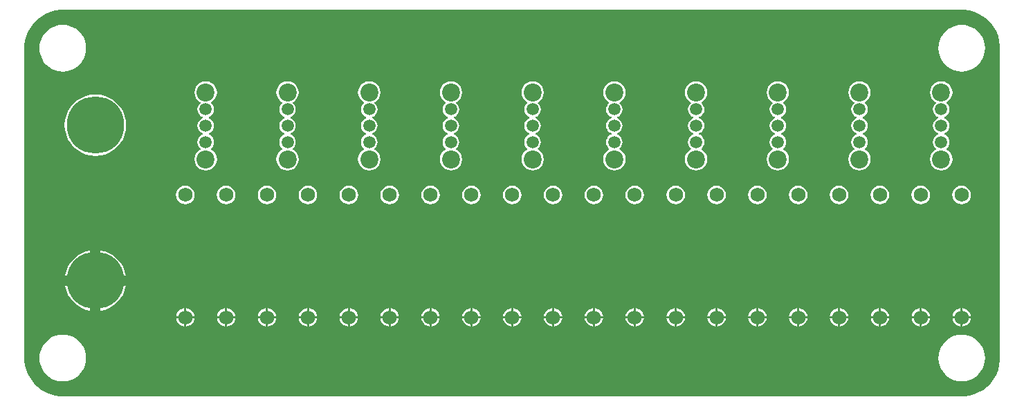
<source format=gbl>
G04*
G04 #@! TF.GenerationSoftware,Altium Limited,Altium Designer,18.1.9 (240)*
G04*
G04 Layer_Physical_Order=2*
G04 Layer_Color=16711680*
%FSLAX25Y25*%
%MOIN*%
G70*
G01*
G75*
%ADD14C,0.06890*%
%ADD16C,0.08661*%
%ADD17C,0.05906*%
%ADD18C,0.27559*%
G36*
X452756Y187772D02*
X453967D01*
X456369Y187456D01*
X458709Y186829D01*
X460947Y185902D01*
X463045Y184691D01*
X464967Y183216D01*
X466680Y181503D01*
X468155Y179581D01*
X469366Y177483D01*
X470294Y175245D01*
X470921Y172905D01*
X471237Y170503D01*
Y169291D01*
Y19685D01*
Y18474D01*
X470921Y16072D01*
X470294Y13732D01*
X469366Y11494D01*
X468155Y9396D01*
X466680Y7474D01*
X464967Y5761D01*
X463045Y4286D01*
X460947Y3074D01*
X458709Y2147D01*
X456369Y1520D01*
X453967Y1204D01*
X18474D01*
X16072Y1520D01*
X13732Y2147D01*
X11494Y3074D01*
X9396Y4286D01*
X7474Y5761D01*
X5761Y7474D01*
X4286Y9396D01*
X3074Y11494D01*
X2147Y13732D01*
X1520Y16072D01*
X1204Y18474D01*
Y19685D01*
Y169291D01*
Y170503D01*
X1520Y172905D01*
X2147Y175245D01*
X3074Y177483D01*
X4286Y179581D01*
X5761Y181503D01*
X7474Y183216D01*
X9396Y184691D01*
X11494Y185902D01*
X13732Y186829D01*
X16072Y187456D01*
X18474Y187772D01*
X19685D01*
X452756Y187772D01*
D02*
G37*
%LPC*%
G36*
X452756Y180546D02*
X450995Y180408D01*
X449278Y179996D01*
X447646Y179320D01*
X446140Y178397D01*
X444797Y177250D01*
X443650Y175907D01*
X442728Y174401D01*
X442052Y172769D01*
X441639Y171052D01*
X441501Y169291D01*
X441639Y167531D01*
X442052Y165813D01*
X442728Y164182D01*
X443650Y162676D01*
X444797Y161333D01*
X446140Y160186D01*
X447646Y159263D01*
X449278Y158587D01*
X450995Y158175D01*
X452756Y158036D01*
X454517Y158175D01*
X456234Y158587D01*
X457866Y159263D01*
X459372Y160186D01*
X460714Y161333D01*
X461862Y162676D01*
X462784Y164182D01*
X463460Y165813D01*
X463872Y167531D01*
X464011Y169291D01*
X463872Y171052D01*
X463460Y172769D01*
X462784Y174401D01*
X461862Y175907D01*
X460714Y177250D01*
X459372Y178397D01*
X457866Y179320D01*
X456234Y179996D01*
X454517Y180408D01*
X452756Y180546D01*
D02*
G37*
G36*
X19685D02*
X17924Y180408D01*
X16207Y179996D01*
X14575Y179320D01*
X13069Y178397D01*
X11726Y177250D01*
X10579Y175907D01*
X9657Y174401D01*
X8981Y172769D01*
X8568Y171052D01*
X8430Y169291D01*
X8568Y167531D01*
X8981Y165813D01*
X9657Y164182D01*
X10579Y162676D01*
X11726Y161333D01*
X13069Y160186D01*
X14575Y159263D01*
X16207Y158587D01*
X17924Y158175D01*
X19685Y158036D01*
X21446Y158175D01*
X23163Y158587D01*
X24795Y159263D01*
X26301Y160186D01*
X27644Y161333D01*
X28791Y162676D01*
X29713Y164182D01*
X30389Y165813D01*
X30802Y167531D01*
X30940Y169291D01*
X30802Y171052D01*
X30389Y172769D01*
X29713Y174401D01*
X28791Y175907D01*
X27644Y177250D01*
X26301Y178397D01*
X24795Y179320D01*
X23163Y179996D01*
X21446Y180408D01*
X19685Y180546D01*
D02*
G37*
G36*
X35433Y146912D02*
X33114Y146729D01*
X30852Y146186D01*
X28703Y145296D01*
X26719Y144080D01*
X24950Y142570D01*
X23439Y140801D01*
X22224Y138817D01*
X21333Y136668D01*
X20790Y134406D01*
X20608Y132087D01*
X20790Y129767D01*
X21333Y127505D01*
X22224Y125356D01*
X23439Y123373D01*
X24950Y121604D01*
X26719Y120093D01*
X28703Y118877D01*
X30852Y117987D01*
X33114Y117444D01*
X35433Y117261D01*
X37752Y117444D01*
X40014Y117987D01*
X42164Y118877D01*
X44147Y120093D01*
X45916Y121604D01*
X47427Y123373D01*
X48643Y125356D01*
X49533Y127505D01*
X50076Y129767D01*
X50258Y132087D01*
X50076Y134406D01*
X49533Y136668D01*
X48643Y138817D01*
X47427Y140801D01*
X45916Y142570D01*
X44147Y144080D01*
X42164Y145296D01*
X40014Y146186D01*
X37752Y146729D01*
X35433Y146912D01*
D02*
G37*
G36*
X442913Y153349D02*
X441522Y153166D01*
X440225Y152629D01*
X439111Y151774D01*
X438257Y150661D01*
X437720Y149364D01*
X437537Y147972D01*
X437720Y146581D01*
X438257Y145284D01*
X439111Y144170D01*
X440225Y143316D01*
X440348Y143265D01*
X440414Y142769D01*
X440094Y142524D01*
X439461Y141698D01*
X439062Y140737D01*
X438926Y139705D01*
X439062Y138673D01*
X439461Y137711D01*
X440094Y136886D01*
X440920Y136252D01*
X441436Y136038D01*
Y135497D01*
X440920Y135283D01*
X440094Y134650D01*
X439461Y133824D01*
X439062Y132863D01*
X438926Y131831D01*
X439062Y130799D01*
X439461Y129837D01*
X440094Y129012D01*
X440920Y128378D01*
X441436Y128164D01*
Y127623D01*
X440920Y127409D01*
X440094Y126776D01*
X439461Y125950D01*
X439062Y124989D01*
X438926Y123957D01*
X439062Y122925D01*
X439461Y121963D01*
X440094Y121137D01*
X440414Y120892D01*
X440348Y120396D01*
X440225Y120345D01*
X439111Y119491D01*
X438257Y118377D01*
X437720Y117081D01*
X437537Y115689D01*
X437720Y114297D01*
X438257Y113001D01*
X439111Y111887D01*
X440225Y111033D01*
X441522Y110495D01*
X442913Y110312D01*
X444305Y110495D01*
X445602Y111033D01*
X446715Y111887D01*
X447570Y113001D01*
X448107Y114297D01*
X448290Y115689D01*
X448107Y117081D01*
X447570Y118377D01*
X446715Y119491D01*
X445602Y120345D01*
X445478Y120396D01*
X445413Y120892D01*
X445732Y121137D01*
X446366Y121963D01*
X446764Y122925D01*
X446900Y123957D01*
X446764Y124989D01*
X446366Y125950D01*
X445732Y126776D01*
X444907Y127409D01*
X444391Y127623D01*
Y128164D01*
X444907Y128378D01*
X445732Y129012D01*
X446366Y129837D01*
X446764Y130799D01*
X446900Y131831D01*
X446764Y132863D01*
X446366Y133824D01*
X445732Y134650D01*
X444907Y135283D01*
X444391Y135497D01*
Y136038D01*
X444907Y136252D01*
X445732Y136886D01*
X446366Y137711D01*
X446764Y138673D01*
X446900Y139705D01*
X446764Y140737D01*
X446366Y141698D01*
X445732Y142524D01*
X445413Y142769D01*
X445478Y143265D01*
X445602Y143316D01*
X446715Y144170D01*
X447570Y145284D01*
X448107Y146581D01*
X448290Y147972D01*
X448107Y149364D01*
X447570Y150661D01*
X446715Y151774D01*
X445602Y152629D01*
X444305Y153166D01*
X442913Y153349D01*
D02*
G37*
G36*
X403543D02*
X402152Y153166D01*
X400855Y152629D01*
X399741Y151774D01*
X398887Y150661D01*
X398350Y149364D01*
X398166Y147972D01*
X398350Y146581D01*
X398887Y145284D01*
X399741Y144170D01*
X400855Y143316D01*
X400979Y143265D01*
X401044Y142769D01*
X400724Y142524D01*
X400091Y141698D01*
X399692Y140737D01*
X399556Y139705D01*
X399692Y138673D01*
X400091Y137711D01*
X400724Y136886D01*
X401550Y136252D01*
X402066Y136038D01*
Y135497D01*
X401550Y135283D01*
X400724Y134650D01*
X400091Y133824D01*
X399692Y132863D01*
X399556Y131831D01*
X399692Y130799D01*
X400091Y129837D01*
X400724Y129012D01*
X401550Y128378D01*
X402066Y128164D01*
Y127623D01*
X401550Y127409D01*
X400724Y126776D01*
X400091Y125950D01*
X399692Y124989D01*
X399556Y123957D01*
X399692Y122925D01*
X400091Y121963D01*
X400724Y121137D01*
X401044Y120892D01*
X400979Y120396D01*
X400855Y120345D01*
X399741Y119491D01*
X398887Y118377D01*
X398350Y117081D01*
X398166Y115689D01*
X398350Y114297D01*
X398887Y113001D01*
X399741Y111887D01*
X400855Y111033D01*
X402152Y110495D01*
X403543Y110312D01*
X404935Y110495D01*
X406232Y111033D01*
X407345Y111887D01*
X408200Y113001D01*
X408737Y114297D01*
X408920Y115689D01*
X408737Y117081D01*
X408200Y118377D01*
X407345Y119491D01*
X406232Y120345D01*
X406108Y120396D01*
X406043Y120892D01*
X406362Y121137D01*
X406996Y121963D01*
X407394Y122925D01*
X407530Y123957D01*
X407394Y124989D01*
X406996Y125950D01*
X406362Y126776D01*
X405537Y127409D01*
X405021Y127623D01*
Y128164D01*
X405537Y128378D01*
X406362Y129012D01*
X406996Y129837D01*
X407394Y130799D01*
X407530Y131831D01*
X407394Y132863D01*
X406996Y133824D01*
X406362Y134650D01*
X405537Y135283D01*
X405021Y135497D01*
Y136038D01*
X405537Y136252D01*
X406362Y136886D01*
X406996Y137711D01*
X407394Y138673D01*
X407530Y139705D01*
X407394Y140737D01*
X406996Y141698D01*
X406362Y142524D01*
X406043Y142769D01*
X406108Y143265D01*
X406232Y143316D01*
X407345Y144170D01*
X408200Y145284D01*
X408737Y146581D01*
X408920Y147972D01*
X408737Y149364D01*
X408200Y150661D01*
X407345Y151774D01*
X406232Y152629D01*
X404935Y153166D01*
X403543Y153349D01*
D02*
G37*
G36*
X364173D02*
X362782Y153166D01*
X361485Y152629D01*
X360371Y151774D01*
X359517Y150661D01*
X358980Y149364D01*
X358796Y147972D01*
X358980Y146581D01*
X359517Y145284D01*
X360371Y144170D01*
X361485Y143316D01*
X361608Y143265D01*
X361674Y142769D01*
X361354Y142524D01*
X360720Y141698D01*
X360322Y140737D01*
X360186Y139705D01*
X360322Y138673D01*
X360720Y137711D01*
X361354Y136886D01*
X362180Y136252D01*
X362696Y136038D01*
Y135497D01*
X362180Y135283D01*
X361354Y134650D01*
X360720Y133824D01*
X360322Y132863D01*
X360186Y131831D01*
X360322Y130799D01*
X360720Y129837D01*
X361354Y129012D01*
X362180Y128378D01*
X362696Y128164D01*
Y127623D01*
X362180Y127409D01*
X361354Y126776D01*
X360720Y125950D01*
X360322Y124989D01*
X360186Y123957D01*
X360322Y122925D01*
X360720Y121963D01*
X361354Y121137D01*
X361674Y120892D01*
X361608Y120396D01*
X361485Y120345D01*
X360371Y119491D01*
X359517Y118377D01*
X358980Y117081D01*
X358796Y115689D01*
X358980Y114297D01*
X359517Y113001D01*
X360371Y111887D01*
X361485Y111033D01*
X362782Y110495D01*
X364173Y110312D01*
X365565Y110495D01*
X366862Y111033D01*
X367975Y111887D01*
X368829Y113001D01*
X369367Y114297D01*
X369550Y115689D01*
X369367Y117081D01*
X368829Y118377D01*
X367975Y119491D01*
X366862Y120345D01*
X366738Y120396D01*
X366673Y120892D01*
X366992Y121137D01*
X367626Y121963D01*
X368024Y122925D01*
X368160Y123957D01*
X368024Y124989D01*
X367626Y125950D01*
X366992Y126776D01*
X366167Y127409D01*
X365651Y127623D01*
Y128164D01*
X366167Y128378D01*
X366992Y129012D01*
X367626Y129837D01*
X368024Y130799D01*
X368160Y131831D01*
X368024Y132863D01*
X367626Y133824D01*
X366992Y134650D01*
X366167Y135283D01*
X365651Y135497D01*
Y136038D01*
X366167Y136252D01*
X366992Y136886D01*
X367626Y137711D01*
X368024Y138673D01*
X368160Y139705D01*
X368024Y140737D01*
X367626Y141698D01*
X366992Y142524D01*
X366673Y142769D01*
X366738Y143265D01*
X366862Y143316D01*
X367975Y144170D01*
X368829Y145284D01*
X369367Y146581D01*
X369550Y147972D01*
X369367Y149364D01*
X368829Y150661D01*
X367975Y151774D01*
X366862Y152629D01*
X365565Y153166D01*
X364173Y153349D01*
D02*
G37*
G36*
X324803D02*
X323411Y153166D01*
X322115Y152629D01*
X321001Y151774D01*
X320147Y150661D01*
X319610Y149364D01*
X319426Y147972D01*
X319610Y146581D01*
X320147Y145284D01*
X321001Y144170D01*
X322115Y143316D01*
X322238Y143265D01*
X322304Y142769D01*
X321984Y142524D01*
X321350Y141698D01*
X320952Y140737D01*
X320816Y139705D01*
X320952Y138673D01*
X321350Y137711D01*
X321984Y136886D01*
X322810Y136252D01*
X323325Y136038D01*
Y135497D01*
X322810Y135283D01*
X321984Y134650D01*
X321350Y133824D01*
X320952Y132863D01*
X320816Y131831D01*
X320952Y130799D01*
X321350Y129837D01*
X321984Y129012D01*
X322810Y128378D01*
X323325Y128164D01*
Y127623D01*
X322810Y127409D01*
X321984Y126776D01*
X321350Y125950D01*
X320952Y124989D01*
X320816Y123957D01*
X320952Y122925D01*
X321350Y121963D01*
X321984Y121137D01*
X322304Y120892D01*
X322238Y120396D01*
X322115Y120345D01*
X321001Y119491D01*
X320147Y118377D01*
X319610Y117081D01*
X319426Y115689D01*
X319610Y114297D01*
X320147Y113001D01*
X321001Y111887D01*
X322115Y111033D01*
X323411Y110495D01*
X324803Y110312D01*
X326195Y110495D01*
X327491Y111033D01*
X328605Y111887D01*
X329460Y113001D01*
X329997Y114297D01*
X330180Y115689D01*
X329997Y117081D01*
X329460Y118377D01*
X328605Y119491D01*
X327491Y120345D01*
X327368Y120396D01*
X327303Y120892D01*
X327622Y121137D01*
X328256Y121963D01*
X328654Y122925D01*
X328790Y123957D01*
X328654Y124989D01*
X328256Y125950D01*
X327622Y126776D01*
X326797Y127409D01*
X326281Y127623D01*
Y128164D01*
X326797Y128378D01*
X327622Y129012D01*
X328256Y129837D01*
X328654Y130799D01*
X328790Y131831D01*
X328654Y132863D01*
X328256Y133824D01*
X327622Y134650D01*
X326797Y135283D01*
X326281Y135497D01*
Y136038D01*
X326797Y136252D01*
X327622Y136886D01*
X328256Y137711D01*
X328654Y138673D01*
X328790Y139705D01*
X328654Y140737D01*
X328256Y141698D01*
X327622Y142524D01*
X327303Y142769D01*
X327368Y143265D01*
X327491Y143316D01*
X328605Y144170D01*
X329460Y145284D01*
X329997Y146581D01*
X330180Y147972D01*
X329997Y149364D01*
X329460Y150661D01*
X328605Y151774D01*
X327491Y152629D01*
X326195Y153166D01*
X324803Y153349D01*
D02*
G37*
G36*
X285433D02*
X284041Y153166D01*
X282745Y152629D01*
X281631Y151774D01*
X280777Y150661D01*
X280240Y149364D01*
X280056Y147972D01*
X280240Y146581D01*
X280777Y145284D01*
X281631Y144170D01*
X282745Y143316D01*
X282868Y143265D01*
X282933Y142769D01*
X282614Y142524D01*
X281980Y141698D01*
X281582Y140737D01*
X281446Y139705D01*
X281582Y138673D01*
X281980Y137711D01*
X282614Y136886D01*
X283440Y136252D01*
X283956Y136038D01*
Y135497D01*
X283440Y135283D01*
X282614Y134650D01*
X281980Y133824D01*
X281582Y132863D01*
X281446Y131831D01*
X281582Y130799D01*
X281980Y129837D01*
X282614Y129012D01*
X283440Y128378D01*
X283956Y128164D01*
Y127623D01*
X283440Y127409D01*
X282614Y126776D01*
X281980Y125950D01*
X281582Y124989D01*
X281446Y123957D01*
X281582Y122925D01*
X281980Y121963D01*
X282614Y121137D01*
X282933Y120892D01*
X282868Y120396D01*
X282745Y120345D01*
X281631Y119491D01*
X280777Y118377D01*
X280240Y117081D01*
X280056Y115689D01*
X280240Y114297D01*
X280777Y113001D01*
X281631Y111887D01*
X282745Y111033D01*
X284041Y110495D01*
X285433Y110312D01*
X286825Y110495D01*
X288121Y111033D01*
X289235Y111887D01*
X290089Y113001D01*
X290627Y114297D01*
X290810Y115689D01*
X290627Y117081D01*
X290089Y118377D01*
X289235Y119491D01*
X288121Y120345D01*
X287998Y120396D01*
X287932Y120892D01*
X288252Y121137D01*
X288886Y121963D01*
X289284Y122925D01*
X289420Y123957D01*
X289284Y124989D01*
X288886Y125950D01*
X288252Y126776D01*
X287426Y127409D01*
X286911Y127623D01*
Y128164D01*
X287426Y128378D01*
X288252Y129012D01*
X288886Y129837D01*
X289284Y130799D01*
X289420Y131831D01*
X289284Y132863D01*
X288886Y133824D01*
X288252Y134650D01*
X287426Y135283D01*
X286911Y135497D01*
Y136038D01*
X287426Y136252D01*
X288252Y136886D01*
X288886Y137711D01*
X289284Y138673D01*
X289420Y139705D01*
X289284Y140737D01*
X288886Y141698D01*
X288252Y142524D01*
X287932Y142769D01*
X287998Y143265D01*
X288121Y143316D01*
X289235Y144170D01*
X290089Y145284D01*
X290627Y146581D01*
X290810Y147972D01*
X290627Y149364D01*
X290089Y150661D01*
X289235Y151774D01*
X288121Y152629D01*
X286825Y153166D01*
X285433Y153349D01*
D02*
G37*
G36*
X246063D02*
X244671Y153166D01*
X243375Y152629D01*
X242261Y151774D01*
X241407Y150661D01*
X240869Y149364D01*
X240686Y147972D01*
X240869Y146581D01*
X241407Y145284D01*
X242261Y144170D01*
X243375Y143316D01*
X243498Y143265D01*
X243564Y142769D01*
X243244Y142524D01*
X242610Y141698D01*
X242212Y140737D01*
X242076Y139705D01*
X242212Y138673D01*
X242610Y137711D01*
X243244Y136886D01*
X244070Y136252D01*
X244585Y136038D01*
Y135497D01*
X244070Y135283D01*
X243244Y134650D01*
X242610Y133824D01*
X242212Y132863D01*
X242076Y131831D01*
X242212Y130799D01*
X242610Y129837D01*
X243244Y129012D01*
X244070Y128378D01*
X244585Y128164D01*
Y127623D01*
X244070Y127409D01*
X243244Y126776D01*
X242610Y125950D01*
X242212Y124989D01*
X242076Y123957D01*
X242212Y122925D01*
X242610Y121963D01*
X243244Y121137D01*
X243564Y120892D01*
X243498Y120396D01*
X243375Y120345D01*
X242261Y119491D01*
X241407Y118377D01*
X240869Y117081D01*
X240686Y115689D01*
X240869Y114297D01*
X241407Y113001D01*
X242261Y111887D01*
X243375Y111033D01*
X244671Y110495D01*
X246063Y110312D01*
X247455Y110495D01*
X248751Y111033D01*
X249865Y111887D01*
X250719Y113001D01*
X251256Y114297D01*
X251440Y115689D01*
X251256Y117081D01*
X250719Y118377D01*
X249865Y119491D01*
X248751Y120345D01*
X248628Y120396D01*
X248562Y120892D01*
X248882Y121137D01*
X249516Y121963D01*
X249914Y122925D01*
X250050Y123957D01*
X249914Y124989D01*
X249516Y125950D01*
X248882Y126776D01*
X248056Y127409D01*
X247540Y127623D01*
Y128164D01*
X248056Y128378D01*
X248882Y129012D01*
X249516Y129837D01*
X249914Y130799D01*
X250050Y131831D01*
X249914Y132863D01*
X249516Y133824D01*
X248882Y134650D01*
X248056Y135283D01*
X247540Y135497D01*
Y136038D01*
X248056Y136252D01*
X248882Y136886D01*
X249516Y137711D01*
X249914Y138673D01*
X250050Y139705D01*
X249914Y140737D01*
X249516Y141698D01*
X248882Y142524D01*
X248562Y142769D01*
X248628Y143265D01*
X248751Y143316D01*
X249865Y144170D01*
X250719Y145284D01*
X251256Y146581D01*
X251440Y147972D01*
X251256Y149364D01*
X250719Y150661D01*
X249865Y151774D01*
X248751Y152629D01*
X247455Y153166D01*
X246063Y153349D01*
D02*
G37*
G36*
X206693D02*
X205301Y153166D01*
X204005Y152629D01*
X202891Y151774D01*
X202036Y150661D01*
X201499Y149364D01*
X201316Y147972D01*
X201499Y146581D01*
X202036Y145284D01*
X202891Y144170D01*
X204005Y143316D01*
X204128Y143265D01*
X204193Y142769D01*
X203874Y142524D01*
X203240Y141698D01*
X202842Y140737D01*
X202706Y139705D01*
X202842Y138673D01*
X203240Y137711D01*
X203874Y136886D01*
X204699Y136252D01*
X205215Y136038D01*
Y135497D01*
X204699Y135283D01*
X203874Y134650D01*
X203240Y133824D01*
X202842Y132863D01*
X202706Y131831D01*
X202842Y130799D01*
X203240Y129837D01*
X203874Y129012D01*
X204699Y128378D01*
X205215Y128164D01*
Y127623D01*
X204699Y127409D01*
X203874Y126776D01*
X203240Y125950D01*
X202842Y124989D01*
X202706Y123957D01*
X202842Y122925D01*
X203240Y121963D01*
X203874Y121137D01*
X204193Y120892D01*
X204128Y120396D01*
X204005Y120345D01*
X202891Y119491D01*
X202036Y118377D01*
X201499Y117081D01*
X201316Y115689D01*
X201499Y114297D01*
X202036Y113001D01*
X202891Y111887D01*
X204005Y111033D01*
X205301Y110495D01*
X206693Y110312D01*
X208085Y110495D01*
X209381Y111033D01*
X210495Y111887D01*
X211349Y113001D01*
X211886Y114297D01*
X212070Y115689D01*
X211886Y117081D01*
X211349Y118377D01*
X210495Y119491D01*
X209381Y120345D01*
X209258Y120396D01*
X209192Y120892D01*
X209512Y121137D01*
X210146Y121963D01*
X210544Y122925D01*
X210680Y123957D01*
X210544Y124989D01*
X210146Y125950D01*
X209512Y126776D01*
X208686Y127409D01*
X208170Y127623D01*
Y128164D01*
X208686Y128378D01*
X209512Y129012D01*
X210146Y129837D01*
X210544Y130799D01*
X210680Y131831D01*
X210544Y132863D01*
X210146Y133824D01*
X209512Y134650D01*
X208686Y135283D01*
X208170Y135497D01*
Y136038D01*
X208686Y136252D01*
X209512Y136886D01*
X210146Y137711D01*
X210544Y138673D01*
X210680Y139705D01*
X210544Y140737D01*
X210146Y141698D01*
X209512Y142524D01*
X209192Y142769D01*
X209258Y143265D01*
X209381Y143316D01*
X210495Y144170D01*
X211349Y145284D01*
X211886Y146581D01*
X212070Y147972D01*
X211886Y149364D01*
X211349Y150661D01*
X210495Y151774D01*
X209381Y152629D01*
X208085Y153166D01*
X206693Y153349D01*
D02*
G37*
G36*
X167323D02*
X165931Y153166D01*
X164634Y152629D01*
X163521Y151774D01*
X162666Y150661D01*
X162129Y149364D01*
X161946Y147972D01*
X162129Y146581D01*
X162666Y145284D01*
X163521Y144170D01*
X164634Y143316D01*
X164758Y143265D01*
X164823Y142769D01*
X164504Y142524D01*
X163870Y141698D01*
X163472Y140737D01*
X163336Y139705D01*
X163472Y138673D01*
X163870Y137711D01*
X164504Y136886D01*
X165329Y136252D01*
X165845Y136038D01*
Y135497D01*
X165329Y135283D01*
X164504Y134650D01*
X163870Y133824D01*
X163472Y132863D01*
X163336Y131831D01*
X163472Y130799D01*
X163870Y129837D01*
X164504Y129012D01*
X165329Y128378D01*
X165845Y128164D01*
Y127623D01*
X165329Y127409D01*
X164504Y126776D01*
X163870Y125950D01*
X163472Y124989D01*
X163336Y123957D01*
X163472Y122925D01*
X163870Y121963D01*
X164504Y121137D01*
X164823Y120892D01*
X164758Y120396D01*
X164634Y120345D01*
X163521Y119491D01*
X162666Y118377D01*
X162129Y117081D01*
X161946Y115689D01*
X162129Y114297D01*
X162666Y113001D01*
X163521Y111887D01*
X164634Y111033D01*
X165931Y110495D01*
X167323Y110312D01*
X168714Y110495D01*
X170011Y111033D01*
X171125Y111887D01*
X171979Y113001D01*
X172516Y114297D01*
X172699Y115689D01*
X172516Y117081D01*
X171979Y118377D01*
X171125Y119491D01*
X170011Y120345D01*
X169888Y120396D01*
X169822Y120892D01*
X170142Y121137D01*
X170775Y121963D01*
X171174Y122925D01*
X171310Y123957D01*
X171174Y124989D01*
X170775Y125950D01*
X170142Y126776D01*
X169316Y127409D01*
X168800Y127623D01*
Y128164D01*
X169316Y128378D01*
X170142Y129012D01*
X170775Y129837D01*
X171174Y130799D01*
X171310Y131831D01*
X171174Y132863D01*
X170775Y133824D01*
X170142Y134650D01*
X169316Y135283D01*
X168800Y135497D01*
Y136038D01*
X169316Y136252D01*
X170142Y136886D01*
X170775Y137711D01*
X171174Y138673D01*
X171310Y139705D01*
X171174Y140737D01*
X170775Y141698D01*
X170142Y142524D01*
X169822Y142769D01*
X169888Y143265D01*
X170011Y143316D01*
X171125Y144170D01*
X171979Y145284D01*
X172516Y146581D01*
X172699Y147972D01*
X172516Y149364D01*
X171979Y150661D01*
X171125Y151774D01*
X170011Y152629D01*
X168714Y153166D01*
X167323Y153349D01*
D02*
G37*
G36*
X127953D02*
X126561Y153166D01*
X125264Y152629D01*
X124151Y151774D01*
X123296Y150661D01*
X122759Y149364D01*
X122576Y147972D01*
X122759Y146581D01*
X123296Y145284D01*
X124151Y144170D01*
X125264Y143316D01*
X125388Y143265D01*
X125453Y142769D01*
X125134Y142524D01*
X124500Y141698D01*
X124102Y140737D01*
X123966Y139705D01*
X124102Y138673D01*
X124500Y137711D01*
X125134Y136886D01*
X125959Y136252D01*
X126475Y136038D01*
Y135497D01*
X125959Y135283D01*
X125134Y134650D01*
X124500Y133824D01*
X124102Y132863D01*
X123966Y131831D01*
X124102Y130799D01*
X124500Y129837D01*
X125134Y129012D01*
X125959Y128378D01*
X126475Y128164D01*
Y127623D01*
X125959Y127409D01*
X125134Y126776D01*
X124500Y125950D01*
X124102Y124989D01*
X123966Y123957D01*
X124102Y122925D01*
X124500Y121963D01*
X125134Y121137D01*
X125453Y120892D01*
X125388Y120396D01*
X125264Y120345D01*
X124151Y119491D01*
X123296Y118377D01*
X122759Y117081D01*
X122576Y115689D01*
X122759Y114297D01*
X123296Y113001D01*
X124151Y111887D01*
X125264Y111033D01*
X126561Y110495D01*
X127953Y110312D01*
X129344Y110495D01*
X130641Y111033D01*
X131755Y111887D01*
X132609Y113001D01*
X133146Y114297D01*
X133329Y115689D01*
X133146Y117081D01*
X132609Y118377D01*
X131755Y119491D01*
X130641Y120345D01*
X130517Y120396D01*
X130452Y120892D01*
X130772Y121137D01*
X131405Y121963D01*
X131804Y122925D01*
X131940Y123957D01*
X131804Y124989D01*
X131405Y125950D01*
X130772Y126776D01*
X129946Y127409D01*
X129430Y127623D01*
Y128164D01*
X129946Y128378D01*
X130772Y129012D01*
X131405Y129837D01*
X131804Y130799D01*
X131940Y131831D01*
X131804Y132863D01*
X131405Y133824D01*
X130772Y134650D01*
X129946Y135283D01*
X129430Y135497D01*
Y136038D01*
X129946Y136252D01*
X130772Y136886D01*
X131405Y137711D01*
X131804Y138673D01*
X131940Y139705D01*
X131804Y140737D01*
X131405Y141698D01*
X130772Y142524D01*
X130452Y142769D01*
X130517Y143265D01*
X130641Y143316D01*
X131755Y144170D01*
X132609Y145284D01*
X133146Y146581D01*
X133329Y147972D01*
X133146Y149364D01*
X132609Y150661D01*
X131755Y151774D01*
X130641Y152629D01*
X129344Y153166D01*
X127953Y153349D01*
D02*
G37*
G36*
X88583D02*
X87191Y153166D01*
X85894Y152629D01*
X84781Y151774D01*
X83926Y150661D01*
X83389Y149364D01*
X83206Y147972D01*
X83389Y146581D01*
X83926Y145284D01*
X84781Y144170D01*
X85894Y143316D01*
X86018Y143265D01*
X86083Y142769D01*
X85764Y142524D01*
X85130Y141698D01*
X84732Y140737D01*
X84596Y139705D01*
X84732Y138673D01*
X85130Y137711D01*
X85764Y136886D01*
X86589Y136252D01*
X87105Y136038D01*
Y135497D01*
X86589Y135283D01*
X85764Y134650D01*
X85130Y133824D01*
X84732Y132863D01*
X84596Y131831D01*
X84732Y130799D01*
X85130Y129837D01*
X85764Y129012D01*
X86589Y128378D01*
X87105Y128164D01*
Y127623D01*
X86589Y127409D01*
X85764Y126776D01*
X85130Y125950D01*
X84732Y124989D01*
X84596Y123957D01*
X84732Y122925D01*
X85130Y121963D01*
X85764Y121137D01*
X86083Y120892D01*
X86018Y120396D01*
X85894Y120345D01*
X84781Y119491D01*
X83926Y118377D01*
X83389Y117081D01*
X83206Y115689D01*
X83389Y114297D01*
X83926Y113001D01*
X84781Y111887D01*
X85894Y111033D01*
X87191Y110495D01*
X88583Y110312D01*
X89974Y110495D01*
X91271Y111033D01*
X92385Y111887D01*
X93239Y113001D01*
X93776Y114297D01*
X93959Y115689D01*
X93776Y117081D01*
X93239Y118377D01*
X92385Y119491D01*
X91271Y120345D01*
X91147Y120396D01*
X91082Y120892D01*
X91402Y121137D01*
X92035Y121963D01*
X92434Y122925D01*
X92570Y123957D01*
X92434Y124989D01*
X92035Y125950D01*
X91402Y126776D01*
X90576Y127409D01*
X90060Y127623D01*
Y128164D01*
X90576Y128378D01*
X91402Y129012D01*
X92035Y129837D01*
X92434Y130799D01*
X92570Y131831D01*
X92434Y132863D01*
X92035Y133824D01*
X91402Y134650D01*
X90576Y135283D01*
X90060Y135497D01*
Y136038D01*
X90576Y136252D01*
X91402Y136886D01*
X92035Y137711D01*
X92434Y138673D01*
X92570Y139705D01*
X92434Y140737D01*
X92035Y141698D01*
X91402Y142524D01*
X91082Y142769D01*
X91147Y143265D01*
X91271Y143316D01*
X92385Y144170D01*
X93239Y145284D01*
X93776Y146581D01*
X93959Y147972D01*
X93776Y149364D01*
X93239Y150661D01*
X92385Y151774D01*
X91271Y152629D01*
X89974Y153166D01*
X88583Y153349D01*
D02*
G37*
G36*
X452756Y102908D02*
X451595Y102756D01*
X450514Y102308D01*
X449586Y101595D01*
X448873Y100667D01*
X448425Y99585D01*
X448273Y98425D01*
X448425Y97265D01*
X448873Y96184D01*
X449586Y95255D01*
X450514Y94543D01*
X451595Y94095D01*
X452756Y93942D01*
X453916Y94095D01*
X454997Y94543D01*
X455926Y95255D01*
X456638Y96184D01*
X457086Y97265D01*
X457239Y98425D01*
X457086Y99585D01*
X456638Y100667D01*
X455926Y101595D01*
X454997Y102308D01*
X453916Y102756D01*
X452756Y102908D01*
D02*
G37*
G36*
X433071D02*
X431910Y102756D01*
X430829Y102308D01*
X429901Y101595D01*
X429188Y100667D01*
X428740Y99585D01*
X428587Y98425D01*
X428740Y97265D01*
X429188Y96184D01*
X429901Y95255D01*
X430829Y94543D01*
X431910Y94095D01*
X433071Y93942D01*
X434231Y94095D01*
X435312Y94543D01*
X436241Y95255D01*
X436953Y96184D01*
X437401Y97265D01*
X437554Y98425D01*
X437401Y99585D01*
X436953Y100667D01*
X436241Y101595D01*
X435312Y102308D01*
X434231Y102756D01*
X433071Y102908D01*
D02*
G37*
G36*
X413386D02*
X412225Y102756D01*
X411144Y102308D01*
X410216Y101595D01*
X409503Y100667D01*
X409055Y99585D01*
X408902Y98425D01*
X409055Y97265D01*
X409503Y96184D01*
X410216Y95255D01*
X411144Y94543D01*
X412225Y94095D01*
X413386Y93942D01*
X414546Y94095D01*
X415627Y94543D01*
X416556Y95255D01*
X417268Y96184D01*
X417716Y97265D01*
X417869Y98425D01*
X417716Y99585D01*
X417268Y100667D01*
X416556Y101595D01*
X415627Y102308D01*
X414546Y102756D01*
X413386Y102908D01*
D02*
G37*
G36*
X393701D02*
X392540Y102756D01*
X391459Y102308D01*
X390530Y101595D01*
X389818Y100667D01*
X389370Y99585D01*
X389217Y98425D01*
X389370Y97265D01*
X389818Y96184D01*
X390530Y95255D01*
X391459Y94543D01*
X392540Y94095D01*
X393701Y93942D01*
X394861Y94095D01*
X395942Y94543D01*
X396871Y95255D01*
X397583Y96184D01*
X398031Y97265D01*
X398184Y98425D01*
X398031Y99585D01*
X397583Y100667D01*
X396871Y101595D01*
X395942Y102308D01*
X394861Y102756D01*
X393701Y102908D01*
D02*
G37*
G36*
X374016D02*
X372855Y102756D01*
X371774Y102308D01*
X370846Y101595D01*
X370133Y100667D01*
X369685Y99585D01*
X369532Y98425D01*
X369685Y97265D01*
X370133Y96184D01*
X370846Y95255D01*
X371774Y94543D01*
X372855Y94095D01*
X374016Y93942D01*
X375176Y94095D01*
X376257Y94543D01*
X377186Y95255D01*
X377898Y96184D01*
X378346Y97265D01*
X378499Y98425D01*
X378346Y99585D01*
X377898Y100667D01*
X377186Y101595D01*
X376257Y102308D01*
X375176Y102756D01*
X374016Y102908D01*
D02*
G37*
G36*
X354331D02*
X353170Y102756D01*
X352089Y102308D01*
X351160Y101595D01*
X350448Y100667D01*
X350000Y99585D01*
X349847Y98425D01*
X350000Y97265D01*
X350448Y96184D01*
X351160Y95255D01*
X352089Y94543D01*
X353170Y94095D01*
X354331Y93942D01*
X355491Y94095D01*
X356572Y94543D01*
X357501Y95255D01*
X358213Y96184D01*
X358661Y97265D01*
X358814Y98425D01*
X358661Y99585D01*
X358213Y100667D01*
X357501Y101595D01*
X356572Y102308D01*
X355491Y102756D01*
X354331Y102908D01*
D02*
G37*
G36*
X334646D02*
X333485Y102756D01*
X332404Y102308D01*
X331475Y101595D01*
X330763Y100667D01*
X330315Y99585D01*
X330162Y98425D01*
X330315Y97265D01*
X330763Y96184D01*
X331475Y95255D01*
X332404Y94543D01*
X333485Y94095D01*
X334646Y93942D01*
X335806Y94095D01*
X336887Y94543D01*
X337816Y95255D01*
X338528Y96184D01*
X338976Y97265D01*
X339129Y98425D01*
X338976Y99585D01*
X338528Y100667D01*
X337816Y101595D01*
X336887Y102308D01*
X335806Y102756D01*
X334646Y102908D01*
D02*
G37*
G36*
X314961D02*
X313800Y102756D01*
X312719Y102308D01*
X311790Y101595D01*
X311078Y100667D01*
X310630Y99585D01*
X310477Y98425D01*
X310630Y97265D01*
X311078Y96184D01*
X311790Y95255D01*
X312719Y94543D01*
X313800Y94095D01*
X314961Y93942D01*
X316121Y94095D01*
X317202Y94543D01*
X318131Y95255D01*
X318843Y96184D01*
X319291Y97265D01*
X319444Y98425D01*
X319291Y99585D01*
X318843Y100667D01*
X318131Y101595D01*
X317202Y102308D01*
X316121Y102756D01*
X314961Y102908D01*
D02*
G37*
G36*
X295275D02*
X294115Y102756D01*
X293034Y102308D01*
X292105Y101595D01*
X291393Y100667D01*
X290945Y99585D01*
X290792Y98425D01*
X290945Y97265D01*
X291393Y96184D01*
X292105Y95255D01*
X293034Y94543D01*
X294115Y94095D01*
X295275Y93942D01*
X296436Y94095D01*
X297517Y94543D01*
X298446Y95255D01*
X299158Y96184D01*
X299606Y97265D01*
X299759Y98425D01*
X299606Y99585D01*
X299158Y100667D01*
X298446Y101595D01*
X297517Y102308D01*
X296436Y102756D01*
X295275Y102908D01*
D02*
G37*
G36*
X275590D02*
X274430Y102756D01*
X273349Y102308D01*
X272420Y101595D01*
X271708Y100667D01*
X271260Y99585D01*
X271107Y98425D01*
X271260Y97265D01*
X271708Y96184D01*
X272420Y95255D01*
X273349Y94543D01*
X274430Y94095D01*
X275590Y93942D01*
X276751Y94095D01*
X277832Y94543D01*
X278761Y95255D01*
X279473Y96184D01*
X279921Y97265D01*
X280074Y98425D01*
X279921Y99585D01*
X279473Y100667D01*
X278761Y101595D01*
X277832Y102308D01*
X276751Y102756D01*
X275590Y102908D01*
D02*
G37*
G36*
X255905D02*
X254745Y102756D01*
X253664Y102308D01*
X252735Y101595D01*
X252023Y100667D01*
X251575Y99585D01*
X251422Y98425D01*
X251575Y97265D01*
X252023Y96184D01*
X252735Y95255D01*
X253664Y94543D01*
X254745Y94095D01*
X255905Y93942D01*
X257066Y94095D01*
X258147Y94543D01*
X259075Y95255D01*
X259788Y96184D01*
X260236Y97265D01*
X260389Y98425D01*
X260236Y99585D01*
X259788Y100667D01*
X259075Y101595D01*
X258147Y102308D01*
X257066Y102756D01*
X255905Y102908D01*
D02*
G37*
G36*
X236220D02*
X235060Y102756D01*
X233979Y102308D01*
X233050Y101595D01*
X232338Y100667D01*
X231890Y99585D01*
X231737Y98425D01*
X231890Y97265D01*
X232338Y96184D01*
X233050Y95255D01*
X233979Y94543D01*
X235060Y94095D01*
X236220Y93942D01*
X237381Y94095D01*
X238462Y94543D01*
X239390Y95255D01*
X240103Y96184D01*
X240551Y97265D01*
X240704Y98425D01*
X240551Y99585D01*
X240103Y100667D01*
X239390Y101595D01*
X238462Y102308D01*
X237381Y102756D01*
X236220Y102908D01*
D02*
G37*
G36*
X216535D02*
X215375Y102756D01*
X214294Y102308D01*
X213365Y101595D01*
X212653Y100667D01*
X212205Y99585D01*
X212052Y98425D01*
X212205Y97265D01*
X212653Y96184D01*
X213365Y95255D01*
X214294Y94543D01*
X215375Y94095D01*
X216535Y93942D01*
X217696Y94095D01*
X218777Y94543D01*
X219706Y95255D01*
X220418Y96184D01*
X220866Y97265D01*
X221019Y98425D01*
X220866Y99585D01*
X220418Y100667D01*
X219706Y101595D01*
X218777Y102308D01*
X217696Y102756D01*
X216535Y102908D01*
D02*
G37*
G36*
X196850D02*
X195690Y102756D01*
X194609Y102308D01*
X193680Y101595D01*
X192968Y100667D01*
X192520Y99585D01*
X192367Y98425D01*
X192520Y97265D01*
X192968Y96184D01*
X193680Y95255D01*
X194609Y94543D01*
X195690Y94095D01*
X196850Y93942D01*
X198011Y94095D01*
X199092Y94543D01*
X200020Y95255D01*
X200733Y96184D01*
X201181Y97265D01*
X201333Y98425D01*
X201181Y99585D01*
X200733Y100667D01*
X200020Y101595D01*
X199092Y102308D01*
X198011Y102756D01*
X196850Y102908D01*
D02*
G37*
G36*
X177165D02*
X176005Y102756D01*
X174924Y102308D01*
X173995Y101595D01*
X173283Y100667D01*
X172835Y99585D01*
X172682Y98425D01*
X172835Y97265D01*
X173283Y96184D01*
X173995Y95255D01*
X174924Y94543D01*
X176005Y94095D01*
X177165Y93942D01*
X178326Y94095D01*
X179407Y94543D01*
X180335Y95255D01*
X181048Y96184D01*
X181496Y97265D01*
X181649Y98425D01*
X181496Y99585D01*
X181048Y100667D01*
X180335Y101595D01*
X179407Y102308D01*
X178326Y102756D01*
X177165Y102908D01*
D02*
G37*
G36*
X157480D02*
X156320Y102756D01*
X155239Y102308D01*
X154310Y101595D01*
X153598Y100667D01*
X153150Y99585D01*
X152997Y98425D01*
X153150Y97265D01*
X153598Y96184D01*
X154310Y95255D01*
X155239Y94543D01*
X156320Y94095D01*
X157480Y93942D01*
X158641Y94095D01*
X159722Y94543D01*
X160650Y95255D01*
X161363Y96184D01*
X161811Y97265D01*
X161963Y98425D01*
X161811Y99585D01*
X161363Y100667D01*
X160650Y101595D01*
X159722Y102308D01*
X158641Y102756D01*
X157480Y102908D01*
D02*
G37*
G36*
X137795D02*
X136635Y102756D01*
X135554Y102308D01*
X134625Y101595D01*
X133913Y100667D01*
X133465Y99585D01*
X133312Y98425D01*
X133465Y97265D01*
X133913Y96184D01*
X134625Y95255D01*
X135554Y94543D01*
X136635Y94095D01*
X137795Y93942D01*
X138956Y94095D01*
X140037Y94543D01*
X140965Y95255D01*
X141678Y96184D01*
X142126Y97265D01*
X142279Y98425D01*
X142126Y99585D01*
X141678Y100667D01*
X140965Y101595D01*
X140037Y102308D01*
X138956Y102756D01*
X137795Y102908D01*
D02*
G37*
G36*
X118110D02*
X116950Y102756D01*
X115869Y102308D01*
X114940Y101595D01*
X114228Y100667D01*
X113780Y99585D01*
X113627Y98425D01*
X113780Y97265D01*
X114228Y96184D01*
X114940Y95255D01*
X115869Y94543D01*
X116950Y94095D01*
X118110Y93942D01*
X119271Y94095D01*
X120352Y94543D01*
X121280Y95255D01*
X121993Y96184D01*
X122441Y97265D01*
X122593Y98425D01*
X122441Y99585D01*
X121993Y100667D01*
X121280Y101595D01*
X120352Y102308D01*
X119271Y102756D01*
X118110Y102908D01*
D02*
G37*
G36*
X98425D02*
X97265Y102756D01*
X96184Y102308D01*
X95255Y101595D01*
X94543Y100667D01*
X94095Y99585D01*
X93942Y98425D01*
X94095Y97265D01*
X94543Y96184D01*
X95255Y95255D01*
X96184Y94543D01*
X97265Y94095D01*
X98425Y93942D01*
X99585Y94095D01*
X100667Y94543D01*
X101595Y95255D01*
X102308Y96184D01*
X102756Y97265D01*
X102908Y98425D01*
X102756Y99585D01*
X102308Y100667D01*
X101595Y101595D01*
X100667Y102308D01*
X99585Y102756D01*
X98425Y102908D01*
D02*
G37*
G36*
X78740D02*
X77580Y102756D01*
X76499Y102308D01*
X75570Y101595D01*
X74858Y100667D01*
X74410Y99585D01*
X74257Y98425D01*
X74410Y97265D01*
X74858Y96184D01*
X75570Y95255D01*
X76499Y94543D01*
X77580Y94095D01*
X78740Y93942D01*
X79900Y94095D01*
X80982Y94543D01*
X81910Y95255D01*
X82623Y96184D01*
X83071Y97265D01*
X83223Y98425D01*
X83071Y99585D01*
X82623Y100667D01*
X81910Y101595D01*
X80982Y102308D01*
X79900Y102756D01*
X78740Y102908D01*
D02*
G37*
G36*
X37933Y71670D02*
Y59587D01*
X50016D01*
X49518Y61663D01*
X48628Y63810D01*
X47414Y65791D01*
X45905Y67558D01*
X44138Y69068D01*
X42156Y70282D01*
X40009Y71171D01*
X37933Y71670D01*
D02*
G37*
G36*
X32933D02*
X30857Y71171D01*
X28710Y70282D01*
X26728Y69068D01*
X24961Y67558D01*
X23452Y65791D01*
X22238Y63810D01*
X21349Y61663D01*
X20850Y59587D01*
X32933D01*
Y71670D01*
D02*
G37*
G36*
X50016Y54587D02*
X37933D01*
Y42503D01*
X40009Y43002D01*
X42156Y43891D01*
X44138Y45105D01*
X45905Y46615D01*
X47414Y48382D01*
X48628Y50363D01*
X49518Y52510D01*
X50016Y54587D01*
D02*
G37*
G36*
X32933D02*
X20850D01*
X21349Y52510D01*
X22238Y50363D01*
X23452Y48382D01*
X24961Y46615D01*
X26728Y45105D01*
X28710Y43891D01*
X30857Y43002D01*
X32933Y42503D01*
Y54587D01*
D02*
G37*
G36*
X315460Y43788D02*
Y39870D01*
X319378D01*
X319291Y40530D01*
X318843Y41612D01*
X318131Y42540D01*
X317202Y43253D01*
X316121Y43701D01*
X315460Y43788D01*
D02*
G37*
G36*
X314460Y43788D02*
X313800Y43701D01*
X312719Y43253D01*
X311790Y42540D01*
X311078Y41612D01*
X310630Y40530D01*
X310543Y39870D01*
X314460D01*
Y43788D01*
D02*
G37*
G36*
X413886Y43788D02*
Y39870D01*
X417803D01*
X417716Y40530D01*
X417268Y41612D01*
X416556Y42540D01*
X415627Y43253D01*
X414546Y43701D01*
X413886Y43788D01*
D02*
G37*
G36*
X335145D02*
Y39870D01*
X339063D01*
X338976Y40530D01*
X338528Y41612D01*
X337816Y42540D01*
X336887Y43253D01*
X335806Y43701D01*
X335145Y43788D01*
D02*
G37*
G36*
X256405D02*
Y39870D01*
X260323D01*
X260236Y40530D01*
X259788Y41612D01*
X259075Y42540D01*
X258147Y43253D01*
X257066Y43701D01*
X256405Y43788D01*
D02*
G37*
G36*
X177665D02*
Y39870D01*
X181583D01*
X181496Y40530D01*
X181048Y41612D01*
X180335Y42540D01*
X179407Y43253D01*
X178326Y43701D01*
X177665Y43788D01*
D02*
G37*
G36*
X98925D02*
Y39870D01*
X102843D01*
X102756Y40530D01*
X102308Y41612D01*
X101595Y42540D01*
X100667Y43253D01*
X99585Y43701D01*
X98925Y43788D01*
D02*
G37*
G36*
X97925Y43788D02*
X97265Y43701D01*
X96184Y43253D01*
X95255Y42540D01*
X94543Y41612D01*
X94095Y40530D01*
X94008Y39870D01*
X97925D01*
Y43788D01*
D02*
G37*
G36*
X176665D02*
X176005Y43701D01*
X174924Y43253D01*
X173995Y42540D01*
X173283Y41612D01*
X172835Y40530D01*
X172748Y39870D01*
X176665D01*
Y43788D01*
D02*
G37*
G36*
X412886D02*
X412225Y43701D01*
X411144Y43253D01*
X410216Y42540D01*
X409503Y41612D01*
X409055Y40530D01*
X408968Y39870D01*
X412886D01*
Y43788D01*
D02*
G37*
G36*
X334145D02*
X333485Y43701D01*
X332404Y43253D01*
X331475Y42540D01*
X330763Y41612D01*
X330315Y40530D01*
X330228Y39870D01*
X334145D01*
Y43788D01*
D02*
G37*
G36*
X255405D02*
X254745Y43701D01*
X253664Y43253D01*
X252735Y42540D01*
X252023Y41612D01*
X251575Y40530D01*
X251488Y39870D01*
X255405D01*
Y43788D01*
D02*
G37*
G36*
X433571Y43788D02*
Y39870D01*
X437488D01*
X437401Y40530D01*
X436953Y41612D01*
X436241Y42540D01*
X435312Y43253D01*
X434231Y43701D01*
X433571Y43788D01*
D02*
G37*
G36*
X354831D02*
Y39870D01*
X358748D01*
X358661Y40530D01*
X358213Y41612D01*
X357501Y42540D01*
X356572Y43253D01*
X355491Y43701D01*
X354831Y43788D01*
D02*
G37*
G36*
X276090D02*
Y39870D01*
X280008D01*
X279921Y40530D01*
X279473Y41612D01*
X278761Y42540D01*
X277832Y43253D01*
X276751Y43701D01*
X276090Y43788D01*
D02*
G37*
G36*
X197350D02*
Y39870D01*
X201268D01*
X201181Y40530D01*
X200733Y41612D01*
X200020Y42540D01*
X199092Y43253D01*
X198011Y43701D01*
X197350Y43788D01*
D02*
G37*
G36*
X157980D02*
Y39870D01*
X161898D01*
X161811Y40530D01*
X161363Y41612D01*
X160650Y42540D01*
X159722Y43253D01*
X158641Y43701D01*
X157980Y43788D01*
D02*
G37*
G36*
X118610D02*
Y39870D01*
X122528D01*
X122441Y40530D01*
X121993Y41612D01*
X121280Y42540D01*
X120352Y43253D01*
X119271Y43701D01*
X118610Y43788D01*
D02*
G37*
G36*
X79240D02*
Y39870D01*
X83158D01*
X83071Y40530D01*
X82623Y41612D01*
X81910Y42540D01*
X80982Y43253D01*
X79900Y43701D01*
X79240Y43788D01*
D02*
G37*
G36*
X196350D02*
X195690Y43701D01*
X194609Y43253D01*
X193680Y42540D01*
X192968Y41612D01*
X192520Y40530D01*
X192433Y39870D01*
X196350D01*
Y43788D01*
D02*
G37*
G36*
X156980D02*
X156320Y43701D01*
X155239Y43253D01*
X154310Y42540D01*
X153598Y41612D01*
X153150Y40530D01*
X153063Y39870D01*
X156980D01*
Y43788D01*
D02*
G37*
G36*
X117610D02*
X116950Y43701D01*
X115869Y43253D01*
X114940Y42540D01*
X114228Y41612D01*
X113780Y40530D01*
X113693Y39870D01*
X117610D01*
Y43788D01*
D02*
G37*
G36*
X78240D02*
X77580Y43701D01*
X76499Y43253D01*
X75570Y42540D01*
X74858Y41612D01*
X74410Y40530D01*
X74323Y39870D01*
X78240D01*
Y43788D01*
D02*
G37*
G36*
X432571D02*
X431910Y43701D01*
X430829Y43253D01*
X429901Y42540D01*
X429188Y41612D01*
X428740Y40530D01*
X428653Y39870D01*
X432571D01*
Y43788D01*
D02*
G37*
G36*
X353831D02*
X353170Y43701D01*
X352089Y43253D01*
X351160Y42540D01*
X350448Y41612D01*
X350000Y40530D01*
X349913Y39870D01*
X353831D01*
Y43788D01*
D02*
G37*
G36*
X275090D02*
X274430Y43701D01*
X273349Y43253D01*
X272420Y42540D01*
X271708Y41612D01*
X271260Y40530D01*
X271173Y39870D01*
X275090D01*
Y43788D01*
D02*
G37*
G36*
X453256Y43788D02*
Y39870D01*
X457173D01*
X457086Y40530D01*
X456638Y41612D01*
X455926Y42540D01*
X454997Y43253D01*
X453916Y43701D01*
X453256Y43788D01*
D02*
G37*
G36*
X374516D02*
Y39870D01*
X378433D01*
X378346Y40530D01*
X377898Y41612D01*
X377186Y42540D01*
X376257Y43253D01*
X375176Y43701D01*
X374516Y43788D01*
D02*
G37*
G36*
X295776D02*
Y39870D01*
X299693D01*
X299606Y40530D01*
X299158Y41612D01*
X298446Y42540D01*
X297517Y43253D01*
X296436Y43701D01*
X295776Y43788D01*
D02*
G37*
G36*
X217035D02*
Y39870D01*
X220953D01*
X220866Y40530D01*
X220418Y41612D01*
X219706Y42540D01*
X218777Y43253D01*
X217696Y43701D01*
X217035Y43788D01*
D02*
G37*
G36*
X138295D02*
Y39870D01*
X142213D01*
X142126Y40530D01*
X141678Y41612D01*
X140965Y42540D01*
X140037Y43253D01*
X138956Y43701D01*
X138295Y43788D01*
D02*
G37*
G36*
X216035Y43788D02*
X215375Y43701D01*
X214294Y43253D01*
X213365Y42540D01*
X212653Y41612D01*
X212205Y40530D01*
X212118Y39870D01*
X216035D01*
Y43788D01*
D02*
G37*
G36*
X137295D02*
X136635Y43701D01*
X135554Y43253D01*
X134625Y42540D01*
X133913Y41612D01*
X133465Y40530D01*
X133378Y39870D01*
X137295D01*
Y43788D01*
D02*
G37*
G36*
X373516D02*
X372855Y43701D01*
X371774Y43253D01*
X370846Y42540D01*
X370133Y41612D01*
X369685Y40530D01*
X369598Y39870D01*
X373516D01*
Y43788D01*
D02*
G37*
G36*
X294776D02*
X294115Y43701D01*
X293034Y43253D01*
X292105Y42540D01*
X291393Y41612D01*
X290945Y40530D01*
X290858Y39870D01*
X294776D01*
Y43788D01*
D02*
G37*
G36*
X452256D02*
X451595Y43701D01*
X450514Y43253D01*
X449586Y42540D01*
X448873Y41612D01*
X448425Y40530D01*
X448338Y39870D01*
X452256D01*
Y43788D01*
D02*
G37*
G36*
X394201Y43788D02*
Y39870D01*
X398118D01*
X398031Y40530D01*
X397583Y41612D01*
X396871Y42540D01*
X395942Y43253D01*
X394861Y43701D01*
X394201Y43788D01*
D02*
G37*
G36*
X236720D02*
Y39870D01*
X240638D01*
X240551Y40530D01*
X240103Y41612D01*
X239390Y42540D01*
X238462Y43253D01*
X237381Y43701D01*
X236720Y43788D01*
D02*
G37*
G36*
X235720Y43788D02*
X235060Y43701D01*
X233979Y43253D01*
X233050Y42540D01*
X232338Y41612D01*
X231890Y40530D01*
X231803Y39870D01*
X235720D01*
Y43788D01*
D02*
G37*
G36*
X393201D02*
X392540Y43701D01*
X391459Y43253D01*
X390530Y42540D01*
X389818Y41612D01*
X389370Y40530D01*
X389283Y39870D01*
X393201D01*
Y43788D01*
D02*
G37*
G36*
X398118Y38870D02*
X394201D01*
Y34953D01*
X394861Y35040D01*
X395942Y35487D01*
X396871Y36200D01*
X397583Y37128D01*
X398031Y38210D01*
X398118Y38870D01*
D02*
G37*
G36*
X240638D02*
X236720D01*
Y34953D01*
X237381Y35040D01*
X238462Y35487D01*
X239390Y36200D01*
X240103Y37128D01*
X240551Y38210D01*
X240638Y38870D01*
D02*
G37*
G36*
X314460Y38870D02*
X310543D01*
X310630Y38210D01*
X311078Y37128D01*
X311790Y36200D01*
X312719Y35487D01*
X313800Y35040D01*
X314460Y34953D01*
Y38870D01*
D02*
G37*
G36*
X457173Y38870D02*
X453256D01*
Y34953D01*
X453916Y35040D01*
X454997Y35487D01*
X455926Y36200D01*
X456638Y37128D01*
X457086Y38210D01*
X457173Y38870D01*
D02*
G37*
G36*
X220953D02*
X217035D01*
Y34953D01*
X217696Y35040D01*
X218777Y35487D01*
X219706Y36200D01*
X220418Y37128D01*
X220866Y38210D01*
X220953Y38870D01*
D02*
G37*
G36*
X142213D02*
X138295D01*
Y34953D01*
X138956Y35040D01*
X140037Y35487D01*
X140965Y36200D01*
X141678Y37128D01*
X142126Y38210D01*
X142213Y38870D01*
D02*
G37*
G36*
X378433D02*
X374516D01*
Y34953D01*
X375176Y35040D01*
X376257Y35487D01*
X377186Y36200D01*
X377898Y37128D01*
X378346Y38210D01*
X378433Y38870D01*
D02*
G37*
G36*
X299693D02*
X295776D01*
Y34953D01*
X296436Y35040D01*
X297517Y35487D01*
X298446Y36200D01*
X299158Y37128D01*
X299606Y38210D01*
X299693Y38870D01*
D02*
G37*
G36*
X412886Y38870D02*
X408968D01*
X409055Y38210D01*
X409503Y37128D01*
X410216Y36200D01*
X411144Y35487D01*
X412225Y35040D01*
X412886Y34953D01*
Y38870D01*
D02*
G37*
G36*
X334145D02*
X330228D01*
X330315Y38210D01*
X330763Y37128D01*
X331475Y36200D01*
X332404Y35487D01*
X333485Y35040D01*
X334145Y34953D01*
Y38870D01*
D02*
G37*
G36*
X255405D02*
X251488D01*
X251575Y38210D01*
X252023Y37128D01*
X252735Y36200D01*
X253664Y35487D01*
X254745Y35040D01*
X255405Y34953D01*
Y38870D01*
D02*
G37*
G36*
X176665D02*
X172748D01*
X172835Y38210D01*
X173283Y37128D01*
X173995Y36200D01*
X174924Y35487D01*
X176005Y35040D01*
X176665Y34953D01*
Y38870D01*
D02*
G37*
G36*
X97925D02*
X94008D01*
X94095Y38210D01*
X94543Y37128D01*
X95255Y36200D01*
X96184Y35487D01*
X97265Y35040D01*
X97925Y34953D01*
Y38870D01*
D02*
G37*
G36*
X358748Y38870D02*
X354831D01*
Y34953D01*
X355491Y35040D01*
X356572Y35487D01*
X357501Y36200D01*
X358213Y37128D01*
X358661Y38210D01*
X358748Y38870D01*
D02*
G37*
G36*
X280008D02*
X276090D01*
Y34953D01*
X276751Y35040D01*
X277832Y35487D01*
X278761Y36200D01*
X279473Y37128D01*
X279921Y38210D01*
X280008Y38870D01*
D02*
G37*
G36*
X201268D02*
X197350D01*
Y34953D01*
X198011Y35040D01*
X199092Y35487D01*
X200020Y36200D01*
X200733Y37128D01*
X201181Y38210D01*
X201268Y38870D01*
D02*
G37*
G36*
X161898D02*
X157980D01*
Y34953D01*
X158641Y35040D01*
X159722Y35487D01*
X160650Y36200D01*
X161363Y37128D01*
X161811Y38210D01*
X161898Y38870D01*
D02*
G37*
G36*
X122528D02*
X118610D01*
Y34953D01*
X119271Y35040D01*
X120352Y35487D01*
X121280Y36200D01*
X121993Y37128D01*
X122441Y38210D01*
X122528Y38870D01*
D02*
G37*
G36*
X83158D02*
X79240D01*
Y34953D01*
X79900Y35040D01*
X80982Y35487D01*
X81910Y36200D01*
X82623Y37128D01*
X83071Y38210D01*
X83158Y38870D01*
D02*
G37*
G36*
X437488D02*
X433571D01*
Y34953D01*
X434231Y35040D01*
X435312Y35487D01*
X436241Y36200D01*
X436953Y37128D01*
X437401Y38210D01*
X437488Y38870D01*
D02*
G37*
G36*
X432571D02*
X428653D01*
X428740Y38210D01*
X429188Y37128D01*
X429901Y36200D01*
X430829Y35487D01*
X431910Y35040D01*
X432571Y34953D01*
Y38870D01*
D02*
G37*
G36*
X353831D02*
X349913D01*
X350000Y38210D01*
X350448Y37128D01*
X351160Y36200D01*
X352089Y35487D01*
X353170Y35040D01*
X353831Y34953D01*
Y38870D01*
D02*
G37*
G36*
X275090D02*
X271173D01*
X271260Y38210D01*
X271708Y37128D01*
X272420Y36200D01*
X273349Y35487D01*
X274430Y35040D01*
X275090Y34953D01*
Y38870D01*
D02*
G37*
G36*
X196350D02*
X192433D01*
X192520Y38210D01*
X192968Y37128D01*
X193680Y36200D01*
X194609Y35487D01*
X195690Y35040D01*
X196350Y34953D01*
Y38870D01*
D02*
G37*
G36*
X156980D02*
X153063D01*
X153150Y38210D01*
X153598Y37128D01*
X154310Y36200D01*
X155239Y35487D01*
X156320Y35040D01*
X156980Y34953D01*
Y38870D01*
D02*
G37*
G36*
X117610D02*
X113693D01*
X113780Y38210D01*
X114228Y37128D01*
X114940Y36200D01*
X115869Y35487D01*
X116950Y35040D01*
X117610Y34953D01*
Y38870D01*
D02*
G37*
G36*
X78240D02*
X74323D01*
X74410Y38210D01*
X74858Y37128D01*
X75570Y36200D01*
X76499Y35487D01*
X77580Y35040D01*
X78240Y34953D01*
Y38870D01*
D02*
G37*
G36*
X417803Y38870D02*
X413886D01*
Y34953D01*
X414546Y35040D01*
X415627Y35487D01*
X416556Y36200D01*
X417268Y37128D01*
X417716Y38210D01*
X417803Y38870D01*
D02*
G37*
G36*
X339063D02*
X335145D01*
Y34953D01*
X335806Y35040D01*
X336887Y35487D01*
X337816Y36200D01*
X338528Y37128D01*
X338976Y38210D01*
X339063Y38870D01*
D02*
G37*
G36*
X260323D02*
X256405D01*
Y34953D01*
X257066Y35040D01*
X258147Y35487D01*
X259075Y36200D01*
X259788Y37128D01*
X260236Y38210D01*
X260323Y38870D01*
D02*
G37*
G36*
X181583D02*
X177665D01*
Y34953D01*
X178326Y35040D01*
X179407Y35487D01*
X180335Y36200D01*
X181048Y37128D01*
X181496Y38210D01*
X181583Y38870D01*
D02*
G37*
G36*
X102843D02*
X98925D01*
Y34953D01*
X99585Y35040D01*
X100667Y35487D01*
X101595Y36200D01*
X102308Y37128D01*
X102756Y38210D01*
X102843Y38870D01*
D02*
G37*
G36*
X373516Y38870D02*
X369598D01*
X369685Y38210D01*
X370133Y37128D01*
X370846Y36200D01*
X371774Y35487D01*
X372855Y35040D01*
X373516Y34953D01*
Y38870D01*
D02*
G37*
G36*
X294776D02*
X290858D01*
X290945Y38210D01*
X291393Y37128D01*
X292105Y36200D01*
X293034Y35487D01*
X294115Y35040D01*
X294776Y34953D01*
Y38870D01*
D02*
G37*
G36*
X216035D02*
X212118D01*
X212205Y38210D01*
X212653Y37128D01*
X213365Y36200D01*
X214294Y35487D01*
X215375Y35040D01*
X216035Y34953D01*
Y38870D01*
D02*
G37*
G36*
X137295D02*
X133378D01*
X133465Y38210D01*
X133913Y37128D01*
X134625Y36200D01*
X135554Y35487D01*
X136635Y35040D01*
X137295Y34953D01*
Y38870D01*
D02*
G37*
G36*
X452256D02*
X448338D01*
X448425Y38210D01*
X448873Y37128D01*
X449586Y36200D01*
X450514Y35487D01*
X451595Y35040D01*
X452256Y34953D01*
Y38870D01*
D02*
G37*
G36*
X319378Y38870D02*
X315460D01*
Y34953D01*
X316121Y35040D01*
X317202Y35487D01*
X318131Y36200D01*
X318843Y37128D01*
X319291Y38210D01*
X319378Y38870D01*
D02*
G37*
G36*
X393201Y38870D02*
X389283D01*
X389370Y38210D01*
X389818Y37128D01*
X390530Y36200D01*
X391459Y35487D01*
X392540Y35040D01*
X393201Y34953D01*
Y38870D01*
D02*
G37*
G36*
X235720D02*
X231803D01*
X231890Y38210D01*
X232338Y37128D01*
X233050Y36200D01*
X233979Y35487D01*
X235060Y35040D01*
X235720Y34953D01*
Y38870D01*
D02*
G37*
G36*
X452756Y30940D02*
X450995Y30802D01*
X449278Y30389D01*
X447646Y29713D01*
X446140Y28791D01*
X444797Y27644D01*
X443650Y26301D01*
X442728Y24795D01*
X442052Y23163D01*
X441639Y21446D01*
X441501Y19685D01*
X441639Y17924D01*
X442052Y16207D01*
X442728Y14575D01*
X443650Y13069D01*
X444797Y11726D01*
X446140Y10579D01*
X447646Y9657D01*
X449278Y8981D01*
X450995Y8568D01*
X452756Y8430D01*
X454517Y8568D01*
X456234Y8981D01*
X457866Y9657D01*
X459372Y10579D01*
X460714Y11726D01*
X461862Y13069D01*
X462784Y14575D01*
X463460Y16207D01*
X463872Y17924D01*
X464011Y19685D01*
X463872Y21446D01*
X463460Y23163D01*
X462784Y24795D01*
X461862Y26301D01*
X460714Y27644D01*
X459372Y28791D01*
X457866Y29713D01*
X456234Y30389D01*
X454517Y30802D01*
X452756Y30940D01*
D02*
G37*
G36*
X19685D02*
X17924Y30802D01*
X16207Y30389D01*
X14575Y29713D01*
X13069Y28791D01*
X11726Y27644D01*
X10579Y26301D01*
X9657Y24795D01*
X8981Y23163D01*
X8568Y21446D01*
X8430Y19685D01*
X8568Y17924D01*
X8981Y16207D01*
X9657Y14575D01*
X10579Y13069D01*
X11726Y11726D01*
X13069Y10579D01*
X14575Y9657D01*
X16207Y8981D01*
X17924Y8568D01*
X19685Y8430D01*
X21446Y8568D01*
X23163Y8981D01*
X24795Y9657D01*
X26301Y10579D01*
X27644Y11726D01*
X28791Y13069D01*
X29713Y14575D01*
X30389Y16207D01*
X30802Y17924D01*
X30940Y19685D01*
X30802Y21446D01*
X30389Y23163D01*
X29713Y24795D01*
X28791Y26301D01*
X27644Y27644D01*
X26301Y28791D01*
X24795Y29713D01*
X23163Y30389D01*
X21446Y30802D01*
X19685Y30940D01*
D02*
G37*
%LPD*%
D14*
X452756Y98425D02*
D03*
Y39370D02*
D03*
X433071Y98425D02*
D03*
Y39370D02*
D03*
X413386Y98425D02*
D03*
Y39370D02*
D03*
X393701Y98425D02*
D03*
Y39370D02*
D03*
X374016Y98425D02*
D03*
Y39370D02*
D03*
X354331Y98425D02*
D03*
Y39370D02*
D03*
X334646Y98425D02*
D03*
Y39370D02*
D03*
X314961Y98425D02*
D03*
Y39370D02*
D03*
X295275Y98425D02*
D03*
Y39370D02*
D03*
X275590Y98425D02*
D03*
Y39370D02*
D03*
X255905Y98425D02*
D03*
Y39370D02*
D03*
X236220Y98425D02*
D03*
Y39370D02*
D03*
X216535Y98425D02*
D03*
Y39370D02*
D03*
X196850Y98425D02*
D03*
Y39370D02*
D03*
X177165Y98425D02*
D03*
Y39370D02*
D03*
X157480Y98425D02*
D03*
Y39370D02*
D03*
X137795Y98425D02*
D03*
Y39370D02*
D03*
X118110Y98425D02*
D03*
Y39370D02*
D03*
X98425Y98425D02*
D03*
Y39370D02*
D03*
X78740Y98425D02*
D03*
Y39370D02*
D03*
D16*
X442913Y115689D02*
D03*
Y147972D02*
D03*
X403543Y115689D02*
D03*
Y147972D02*
D03*
X364173Y115689D02*
D03*
Y147972D02*
D03*
X324803Y115689D02*
D03*
Y147972D02*
D03*
X285433Y115689D02*
D03*
Y147972D02*
D03*
X246063Y115689D02*
D03*
Y147972D02*
D03*
X206693Y115689D02*
D03*
Y147972D02*
D03*
X167323Y115689D02*
D03*
Y147972D02*
D03*
X127953Y115689D02*
D03*
Y147972D02*
D03*
X88583Y115689D02*
D03*
Y147972D02*
D03*
D17*
X442913Y139705D02*
D03*
Y123957D02*
D03*
Y131831D02*
D03*
X403543Y139705D02*
D03*
Y123957D02*
D03*
Y131831D02*
D03*
X364173Y139705D02*
D03*
Y123957D02*
D03*
Y131831D02*
D03*
X324803Y139705D02*
D03*
Y123957D02*
D03*
Y131831D02*
D03*
X285433Y139705D02*
D03*
Y123957D02*
D03*
Y131831D02*
D03*
X246063Y139705D02*
D03*
Y123957D02*
D03*
Y131831D02*
D03*
X206693Y139705D02*
D03*
Y123957D02*
D03*
Y131831D02*
D03*
X167323Y139705D02*
D03*
Y123957D02*
D03*
Y131831D02*
D03*
X127953Y139705D02*
D03*
Y123957D02*
D03*
Y131831D02*
D03*
X88583Y139705D02*
D03*
Y123957D02*
D03*
Y131831D02*
D03*
D18*
X35433Y132087D02*
D03*
Y57087D02*
D03*
M02*

</source>
